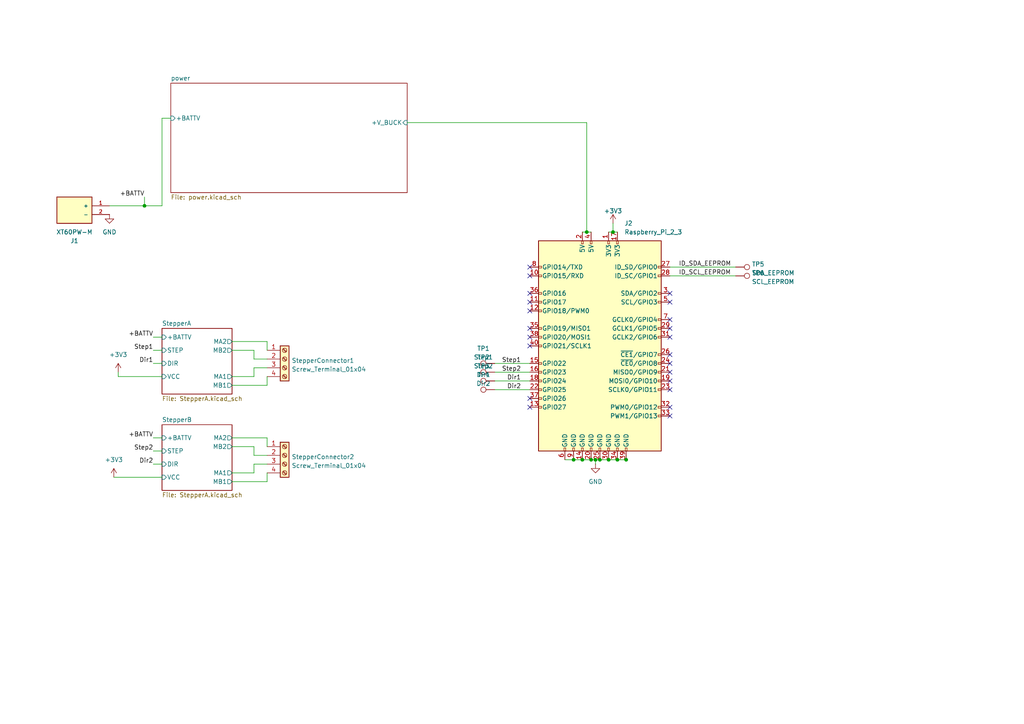
<source format=kicad_sch>
(kicad_sch (version 20231120) (generator "eeschema") (generator_version "8.0")
  (paper "A4")
  (lib_symbols
    (symbol "+3V3_1" (power) (pin_numbers hide) (pin_names (offset 0) hide)
      (property "Value" "+3V3" (at 0 3.556 0))
      (symbol "+3V3_1_0_1"
        (polyline (pts (xy -0.762 1.27) (xy 0 2.54)))
        (polyline (pts (xy 0 0) (xy 0 2.54)))
        (polyline (pts (xy 0 2.54) (xy 0.762 1.27)))
      )
      (symbol "+3V3_1_1_1"
        (pin power_in line (at 0 0 90) (length 0) (name "~") (number "1"))
      )
    )
    (symbol "+3V3_2" (power) (pin_numbers hide) (pin_names (offset 0) hide)
      (property "Value" "+3V3" (at 0 3.556 0))
      (symbol "+3V3_2_0_1"
        (polyline (pts (xy -0.762 1.27) (xy 0 2.54)))
        (polyline (pts (xy 0 0) (xy 0 2.54)))
        (polyline (pts (xy 0 2.54) (xy 0.762 1.27)))
      )
      (symbol "+3V3_2_1_1"
        (pin power_in line (at 0 0 90) (length 0) (name "~") (number "1"))
      )
    )
    (symbol "Connector:Raspberry_Pi_2_3" (pin_names (offset 1.016))
      (property "Reference" "J" (at -17.78 31.75 0))
      (property "Value" "Raspberry_Pi_2_3" (at 10.16 -31.75 0))
      (symbol "Raspberry_Pi_2_3_0_1"
        (rectangle (start -17.78 30.48) (end 17.78 -30.48) (stroke (width 0.254)) (fill (type background)))
      )
      (symbol "Raspberry_Pi_2_3_1_1"
        (rectangle (start -16.891 -17.526) (end -17.78 -18.034))
        (rectangle (start -16.891 -14.986) (end -17.78 -15.494))
        (rectangle (start -16.891 -12.446) (end -17.78 -12.954))
        (rectangle (start -16.891 -9.906) (end -17.78 -10.414))
        (rectangle (start -16.891 -7.366) (end -17.78 -7.874))
        (rectangle (start -16.891 -4.826) (end -17.78 -5.334))
        (rectangle (start -16.891 0.254) (end -17.78 -0.254))
        (rectangle (start -16.891 2.794) (end -17.78 2.286))
        (rectangle (start -16.891 5.334) (end -17.78 4.826))
        (rectangle (start -16.891 10.414) (end -17.78 9.906))
        (rectangle (start -16.891 12.954) (end -17.78 12.446))
        (rectangle (start -16.891 15.494) (end -17.78 14.986))
        (rectangle (start -16.891 20.574) (end -17.78 20.066))
        (rectangle (start -16.891 23.114) (end -17.78 22.606))
        (rectangle (start -10.414 -29.591) (end -9.906 -30.48))
        (rectangle (start -7.874 -29.591) (end -7.366 -30.48))
        (rectangle (start -5.334 -29.591) (end -4.826 -30.48))
        (rectangle (start -5.334 30.48) (end -4.826 29.591))
        (rectangle (start -2.794 -29.591) (end -2.286 -30.48))
        (rectangle (start -2.794 30.48) (end -2.286 29.591))
        (rectangle (start -0.254 -29.591) (end 0.254 -30.48))
        (rectangle (start 2.286 -29.591) (end 2.794 -30.48))
        (rectangle (start 2.286 30.48) (end 2.794 29.591))
        (rectangle (start 4.826 -29.591) (end 5.334 -30.48))
        (rectangle (start 4.826 30.48) (end 5.334 29.591))
        (rectangle (start 7.366 -29.591) (end 7.874 -30.48))
        (rectangle (start 17.78 -20.066) (end 16.891 -20.574))
        (rectangle (start 17.78 -17.526) (end 16.891 -18.034))
        (rectangle (start 17.78 -12.446) (end 16.891 -12.954))
        (rectangle (start 17.78 -9.906) (end 16.891 -10.414))
        (rectangle (start 17.78 -7.366) (end 16.891 -7.874))
        (rectangle (start 17.78 -4.826) (end 16.891 -5.334))
        (rectangle (start 17.78 -2.286) (end 16.891 -2.794))
        (rectangle (start 17.78 2.794) (end 16.891 2.286))
        (rectangle (start 17.78 5.334) (end 16.891 4.826))
        (rectangle (start 17.78 7.874) (end 16.891 7.366))
        (rectangle (start 17.78 12.954) (end 16.891 12.446))
        (rectangle (start 17.78 15.494) (end 16.891 14.986))
        (rectangle (start 17.78 20.574) (end 16.891 20.066))
        (rectangle (start 17.78 23.114) (end 16.891 22.606))
        (pin power_in line (at 2.54 33.02 270) (length 2.54) (name "3V3") (number "1"))
        (pin bidirectional line (at -20.32 20.32 0) (length 2.54) (name "GPIO15/RXD") (number "10"))
        (pin bidirectional line (at -20.32 12.7 0) (length 2.54) (name "GPIO17") (number "11"))
        (pin bidirectional line (at -20.32 10.16 0) (length 2.54) (name "GPIO18/PWM0") (number "12"))
        (pin bidirectional line (at -20.32 -17.78 0) (length 2.54) (name "GPIO27") (number "13"))
        (pin power_in line (at -5.08 -33.02 90) (length 2.54) (name "GND") (number "14"))
        (pin bidirectional line (at -20.32 -5.08 0) (length 2.54) (name "GPIO22") (number "15"))
        (pin bidirectional line (at -20.32 -7.62 0) (length 2.54) (name "GPIO23") (number "16"))
        (pin power_in line (at 5.08 33.02 270) (length 2.54) (name "3V3") (number "17"))
        (pin bidirectional line (at -20.32 -10.16 0) (length 2.54) (name "GPIO24") (number "18"))
        (pin bidirectional line (at 20.32 -10.16 180) (length 2.54) (name "MOSI0/GPIO10") (number "19"))
        (pin power_in line (at -5.08 33.02 270) (length 2.54) (name "5V") (number "2"))
        (pin power_in line (at -2.54 -33.02 90) (length 2.54) (name "GND") (number "20"))
        (pin bidirectional line (at 20.32 -7.62 180) (length 2.54) (name "MISO0/GPIO9") (number "21"))
        (pin bidirectional line (at -20.32 -12.7 0) (length 2.54) (name "GPIO25") (number "22"))
        (pin bidirectional line (at 20.32 -12.7 180) (length 2.54) (name "SCLK0/GPIO11") (number "23"))
        (pin bidirectional line (at 20.32 -5.08 180) (length 2.54) (name "~{CE0}/GPIO8") (number "24"))
        (pin power_in line (at 0 -33.02 90) (length 2.54) (name "GND") (number "25"))
        (pin bidirectional line (at 20.32 -2.54 180) (length 2.54) (name "~{CE1}/GPIO7") (number "26"))
        (pin bidirectional line (at 20.32 22.86 180) (length 2.54) (name "ID_SD/GPIO0") (number "27"))
        (pin bidirectional line (at 20.32 20.32 180) (length 2.54) (name "ID_SC/GPIO1") (number "28"))
        (pin bidirectional line (at 20.32 5.08 180) (length 2.54) (name "GCLK1/GPIO5") (number "29"))
        (pin bidirectional line (at 20.32 15.24 180) (length 2.54) (name "SDA/GPIO2") (number "3"))
        (pin power_in line (at 2.54 -33.02 90) (length 2.54) (name "GND") (number "30"))
        (pin bidirectional line (at 20.32 2.54 180) (length 2.54) (name "GCLK2/GPIO6") (number "31"))
        (pin bidirectional line (at 20.32 -17.78 180) (length 2.54) (name "PWM0/GPIO12") (number "32"))
        (pin bidirectional line (at 20.32 -20.32 180) (length 2.54) (name "PWM1/GPIO13") (number "33"))
        (pin power_in line (at 5.08 -33.02 90) (length 2.54) (name "GND") (number "34"))
        (pin bidirectional line (at -20.32 5.08 0) (length 2.54) (name "GPIO19/MISO1") (number "35"))
        (pin bidirectional line (at -20.32 15.24 0) (length 2.54) (name "GPIO16") (number "36"))
        (pin bidirectional line (at -20.32 -15.24 0) (length 2.54) (name "GPIO26") (number "37"))
        (pin bidirectional line (at -20.32 2.54 0) (length 2.54) (name "GPIO20/MOSI1") (number "38"))
        (pin power_in line (at 7.62 -33.02 90) (length 2.54) (name "GND") (number "39"))
        (pin power_in line (at -2.54 33.02 270) (length 2.54) (name "5V") (number "4"))
        (pin bidirectional line (at -20.32 0 0) (length 2.54) (name "GPIO21/SCLK1") (number "40"))
        (pin bidirectional line (at 20.32 12.7 180) (length 2.54) (name "SCL/GPIO3") (number "5"))
        (pin power_in line (at -10.16 -33.02 90) (length 2.54) (name "GND") (number "6"))
        (pin bidirectional line (at 20.32 7.62 180) (length 2.54) (name "GCLK0/GPIO4") (number "7"))
        (pin bidirectional line (at -20.32 22.86 0) (length 2.54) (name "GPIO14/TXD") (number "8"))
        (pin power_in line (at -7.62 -33.02 90) (length 2.54) (name "GND") (number "9"))
      )
    )
    (symbol "Connector:Screw_Terminal_01x04" (pin_names (offset 1.016) hide)
      (property "Reference" "J" (at 0 5.08 0))
      (property "Value" "Screw_Terminal_01x04" (at 0 -7.62 0))
      (symbol "Screw_Terminal_01x04_1_1"
        (rectangle (start -1.27 3.81) (end 1.27 -6.35) (stroke (width 0.254)) (fill (type background)))
        (circle (center 0 -5.08) (radius 0.635) (stroke (width 0.1524)))
        (circle (center 0 -2.54) (radius 0.635) (stroke (width 0.1524)))
        (polyline (pts (xy -0.5334 -4.7498) (xy 0.3302 -5.588)) (stroke (width 0.1524)))
        (polyline (pts (xy -0.5334 -2.2098) (xy 0.3302 -3.048)) (stroke (width 0.1524)))
        (polyline (pts (xy -0.5334 0.3302) (xy 0.3302 -0.508)) (stroke (width 0.1524)))
        (polyline (pts (xy -0.5334 2.8702) (xy 0.3302 2.032)) (stroke (width 0.1524)))
        (polyline (pts (xy -0.3556 -4.572) (xy 0.508 -5.4102)) (stroke (width 0.1524)))
        (polyline (pts (xy -0.3556 -2.032) (xy 0.508 -2.8702)) (stroke (width 0.1524)))
        (polyline (pts (xy -0.3556 0.508) (xy 0.508 -0.3302)) (stroke (width 0.1524)))
        (polyline (pts (xy -0.3556 3.048) (xy 0.508 2.2098)) (stroke (width 0.1524)))
        (circle (center 0 0) (radius 0.635) (stroke (width 0.1524)))
        (circle (center 0 2.54) (radius 0.635) (stroke (width 0.1524)))
        (pin passive line (at -5.08 2.54 0) (length 3.81) (name "Pin_1") (number "1"))
        (pin passive line (at -5.08 0 0) (length 3.81) (name "Pin_2") (number "2"))
        (pin passive line (at -5.08 -2.54 0) (length 3.81) (name "Pin_3") (number "3"))
        (pin passive line (at -5.08 -5.08 0) (length 3.81) (name "Pin_4") (number "4"))
      )
    )
    (symbol "Connector:TestPoint" (pin_numbers hide) (pin_names (offset 0.762) hide)
      (property "Reference" "TP" (at 0 6.858 0))
      (property "Value" "TestPoint" (at 0 5.08 0))
      (symbol "TestPoint_0_1"
        (circle (center 0 3.302) (radius 0.762))
      )
      (symbol "TestPoint_1_1"
        (pin passive line (at 0 0 90) (length 2.54) (name "1") (number "1"))
      )
    )
    (symbol "ICLR:XT60PW-M" (pin_names (offset 1.016))
      (property "Reference" "J" (at -5.08 5.7234 0))
      (property "Value" "XT60PW-M" (at -5.08 -5.0923 0))
      (symbol "XT60PW-M_0_0"
        (rectangle (start -5.08 -2.54) (end 5.08 5.08) (stroke (width 0.254)) (fill (type background)))
        (pin passive line (at -10.16 2.54 0) (length 5.08) (name "+") (number "1"))
        (pin passive line (at -10.16 0 0) (length 5.08) (name "-") (number "2"))
      )
    )
    (symbol "power:+3V3" (power) (pin_names (offset 0))
      (property "Value" "+3V3" (at 0 3.556 0))
      (symbol "+3V3_0_1"
        (polyline (pts (xy -0.762 1.27) (xy 0 2.54)))
        (polyline (pts (xy 0 0) (xy 0 2.54)))
        (polyline (pts (xy 0 2.54) (xy 0.762 1.27)))
      )
      (symbol "+3V3_1_1"
        (pin power_in line (at 0 0 90) (length 0) hide (name "+3V3") (number "1"))
      )
    )
    (symbol "power:GND" (power) (pin_numbers hide) (pin_names (offset 0) hide)
      (property "Value" "GND" (at 0 -3.81 0))
      (symbol "GND_0_1"
        (polyline (pts (xy 0 0) (xy 0 -1.27) (xy 1.27 -1.27) (xy 0 -2.54) (xy -1.27 -1.27) (xy 0 -1.27)))
      )
      (symbol "GND_1_1"
        (pin power_in line (at 0 0 270) (length 0) (name "~") (number "1"))
      )
    )
  )
  (junction (at 179.07 133.35))
  (junction (at 176.53 133.35))
  (junction (at 173.99 133.35))
  (junction (at 170.18 67.31))
  (junction (at 177.8 67.31))
  (junction (at 168.91 133.35))
  (junction (at 181.61 133.35))
  (junction (at 171.45 133.35))
  (junction (at 172.72 133.35))
  (junction (at 41.91 59.69))
  (junction (at 166.37 133.35))
  (no_connect (at 194.31 87.63))
  (no_connect (at 153.67 100.33))
  (no_connect (at 153.67 115.57))
  (no_connect (at 194.31 110.49))
  (no_connect (at 153.67 85.09))
  (no_connect (at 194.31 113.03))
  (no_connect (at 194.31 107.95))
  (no_connect (at 194.31 118.11))
  (no_connect (at 153.67 87.63))
  (no_connect (at 153.67 77.47))
  (no_connect (at 153.67 90.17))
  (no_connect (at 153.67 80.01))
  (no_connect (at 153.67 97.79))
  (no_connect (at 194.31 120.65))
  (no_connect (at 194.31 102.87))
  (no_connect (at 194.31 92.71))
  (no_connect (at 153.67 95.25))
  (no_connect (at 194.31 97.79))
  (no_connect (at 194.31 85.09))
  (no_connect (at 153.67 118.11))
  (no_connect (at 194.31 105.41))
  (no_connect (at 194.31 95.25))
  (wire (pts (xy 67.31 109.22) (xy 73.66 109.22)))
  (wire (pts (xy 34.29 109.22) (xy 34.29 107.95)))
  (wire (pts (xy 176.53 133.35) (xy 179.07 133.35)))
  (wire (pts (xy 31.75 59.69) (xy 41.91 59.69)))
  (wire (pts (xy 73.66 106.68) (xy 77.47 106.68)))
  (wire (pts (xy 173.99 133.35) (xy 176.53 133.35)))
  (wire (pts (xy 67.31 99.06) (xy 77.47 99.06)))
  (wire (pts (xy 73.66 132.08) (xy 77.47 132.08)))
  (wire (pts (xy 34.29 109.22) (xy 46.99 109.22)))
  (wire (pts (xy 168.91 67.31) (xy 170.18 67.31)))
  (wire (pts (xy 179.07 133.35) (xy 181.61 133.35)))
  (wire (pts (xy 143.51 107.95) (xy 153.67 107.95)))
  (wire (pts (xy 118.11 35.56) (xy 170.18 35.56)))
  (wire (pts (xy 143.51 113.03) (xy 153.67 113.03)))
  (wire (pts (xy 172.72 133.35) (xy 173.99 133.35)))
  (wire (pts (xy 41.91 59.69) (xy 46.99 59.69)))
  (wire (pts (xy 73.66 109.22) (xy 73.66 106.68)))
  (wire (pts (xy 67.31 101.6) (xy 73.66 101.6)))
  (wire (pts (xy 73.66 134.62) (xy 77.47 134.62)))
  (wire (pts (xy 46.99 34.29) (xy 49.53 34.29)))
  (wire (pts (xy 67.31 137.16) (xy 73.66 137.16)))
  (wire (pts (xy 44.45 130.81) (xy 46.99 130.81)))
  (wire (pts (xy 73.66 101.6) (xy 73.66 104.14)))
  (wire (pts (xy 77.47 111.76) (xy 77.47 109.22)))
  (wire (pts (xy 171.45 133.35) (xy 172.72 133.35)))
  (wire (pts (xy 166.37 133.35) (xy 168.91 133.35)))
  (wire (pts (xy 44.45 127) (xy 46.99 127)))
  (wire (pts (xy 46.99 59.69) (xy 46.99 34.29)))
  (wire (pts (xy 77.47 139.7) (xy 67.31 139.7)))
  (wire (pts (xy 77.47 127) (xy 77.47 129.54)))
  (wire (pts (xy 67.31 129.54) (xy 73.66 129.54)))
  (wire (pts (xy 73.66 137.16) (xy 73.66 134.62)))
  (wire (pts (xy 44.45 105.41) (xy 46.99 105.41)))
  (wire (pts (xy 168.91 133.35) (xy 171.45 133.35)))
  (wire (pts (xy 44.45 101.6) (xy 46.99 101.6)))
  (wire (pts (xy 44.45 97.79) (xy 46.99 97.79)))
  (wire (pts (xy 44.45 134.62) (xy 46.99 134.62)))
  (wire (pts (xy 67.31 127) (xy 77.47 127)))
  (wire (pts (xy 194.31 77.47) (xy 213.36 77.47)))
  (wire (pts (xy 177.8 67.31) (xy 179.07 67.31)))
  (wire (pts (xy 170.18 67.31) (xy 171.45 67.31)))
  (wire (pts (xy 163.83 133.35) (xy 166.37 133.35)))
  (wire (pts (xy 143.51 105.41) (xy 153.67 105.41)))
  (wire (pts (xy 73.66 129.54) (xy 73.66 132.08)))
  (wire (pts (xy 77.47 137.16) (xy 77.47 139.7)))
  (wire (pts (xy 41.91 57.15) (xy 41.91 59.69)))
  (wire (pts (xy 170.18 35.56) (xy 170.18 67.31)))
  (wire (pts (xy 33.02 138.43) (xy 46.99 138.43)))
  (wire (pts (xy 177.8 64.77) (xy 177.8 67.31)))
  (wire (pts (xy 77.47 99.06) (xy 77.47 101.6)))
  (wire (pts (xy 143.51 110.49) (xy 153.67 110.49)))
  (wire (pts (xy 194.31 80.01) (xy 213.36 80.01)))
  (wire (pts (xy 73.66 104.14) (xy 77.47 104.14)))
  (wire (pts (xy 67.31 111.76) (xy 77.47 111.76)))
  (wire (pts (xy 176.53 67.31) (xy 177.8 67.31)))
  (wire (pts (xy 181.61 132.08) (xy 181.61 133.35)))
  (wire (pts (xy 172.72 133.35) (xy 172.72 134.62)))
  (label "ID_SCL_EEPROM" (at 196.85 80.01 0))
  (label "+BATTV" (at 44.45 127 180))
  (label "ID_SDA_EEPROM" (at 196.85 77.47 0))
  (label "Step1" (at 151.13 105.41 180))
  (label "Step1" (at 44.45 101.6 180))
  (label "+BATTV" (at 44.45 97.79 180))
  (label "Dir2" (at 151.13 113.03 180))
  (label "Step2" (at 44.45 130.81 180))
  (label "Dir1" (at 44.45 105.41 180))
  (label "Dir2" (at 44.45 134.62 180))
  (label "+BATTV" (at 41.91 57.15 180))
  (label "Step2" (at 151.13 107.95 180))
  (label "Dir1" (at 151.13 110.49 180))
  (symbol (lib_name "+3V3_2") (lib_id "power:+3V3") (at 34.29 107.95 0) (unit 1)
    (property "Reference" "#PWR029" (effects (hide yes)))
    (property "Value" "+3V3" (at 34.29 102.87 0))
    (property "Description" "Power symbol creates a global label with name \"+3V3\"" (effects (hide yes)))
  )
  (symbol (lib_name "+3V3_1") (lib_id "power:+3V3") (at 33.02 138.43 0) (unit 1)
    (property "Reference" "#PWR028" (effects (hide yes)))
    (property "Value" "+3V3" (at 33.02 133.35 0))
    (property "Description" "Power symbol creates a global label with name \"+3V3\"" (effects (hide yes)))
  )
  (symbol (lib_id "Connector:TestPoint") (at 143.51 110.49 90) (unit 1)
    (property "Reference" "TP3" (at 140.208 106.1552 90))
    (property "Value" "Dir1" (at 140.208 108.6921 90))
    (property "Footprint" "TestPoint:TestPoint_Pad_1.5x1.5mm" (effects (hide yes)))
  )
  (symbol (lib_id "Connector:Raspberry_Pi_2_3") (at 173.99 100.33 0) (unit 1)
    (property "Reference" "J2" (at 181.0894 64.77 0) (effects (justify left)))
    (property "Value" "Raspberry_Pi_2_3" (at 181.0894 67.31 0) (effects (justify left)))
    (property "Footprint" "Connector_PinSocket_2.54mm:PinSocket_2x20_P2.54mm_Vertical" (effects (hide yes)))
    (property "Datasheet" "https://www.raspberrypi.org/documentation/hardware/raspberrypi/schematics/rpi_SCH_3bplus_1p0_reduced.pdf" (effects (hide yes)))
  )
  (symbol (lib_id "power:GND") (at 31.75 62.23 0) (unit 1)
    (property "Reference" "#PWR01" (effects (hide yes)))
    (property "Value" "GND" (at 31.75 67.31 0))
    (property "Description" "Power symbol creates a global label with name \"GND\" , ground" (effects (hide yes)))
  )
  (symbol (lib_id "Connector:TestPoint") (at 143.51 107.95 90) (unit 1)
    (property "Reference" "TP2" (at 140.208 103.6152 90))
    (property "Value" "Step2" (at 140.208 106.1521 90))
    (property "Footprint" "TestPoint:TestPoint_Pad_1.5x1.5mm" (effects (hide yes)))
  )
  (symbol (lib_id "Connector:TestPoint") (at 143.51 105.41 90) (unit 1)
    (property "Reference" "TP1" (at 140.208 101.0752 90))
    (property "Value" "Step1" (at 140.208 103.6121 90))
    (property "Footprint" "TestPoint:TestPoint_Pad_1.5x1.5mm" (effects (hide yes)))
  )
  (symbol (lib_id "ICLR:XT60PW-M") (at 21.59 62.23 0) (mirror y) (unit 1)
    (property "Reference" "J1" (at 21.59 69.85 0))
    (property "Value" "XT60PW-M" (at 21.59 67.31 0))
    (property "Footprint" "iclr:AMASS_XT60PW-M" (effects (hide yes)))
    (property "STANDARD" "Manufacturer recommendations" (effects (hide yes)))
    (property "MANUFACTURER" "AMASS" (effects (hide yes)))
    (property "PARTREV" "V1.2" (effects (hide yes)))
    (property "MAXIMUM_PACKAGE_HEIGHT" "8.4 mm" (effects (hide yes)))
  )
  (symbol (lib_id "power:+3V3") (at 177.8 64.77 0) (unit 1)
    (property "Reference" "#PWR027" (effects (hide yes)))
    (property "Value" "+3V3" (at 177.8 61.1942 0))
  )
  (symbol (lib_id "Connector:TestPoint") (at 213.36 80.01 270) (unit 1)
    (property "Reference" "TP6" (at 218.059 79.1753 90) (effects (justify left)))
    (property "Value" "SCL_EEPROM" (at 218.059 81.7122 90) (effects (justify left)))
    (property "Footprint" "TestPoint:TestPoint_Pad_1.5x1.5mm" (effects (hide yes)))
  )
  (symbol (lib_id "Connector:Screw_Terminal_01x04") (at 82.55 104.14 0) (unit 1)
    (property "Reference" "StepperConnector1" (at 84.582 104.5753 0) (effects (justify left)))
    (property "Value" "Screw_Terminal_01x04" (at 84.582 107.1122 0) (effects (justify left)))
    (property "Footprint" "TerminalBlock_TE-Connectivity:TerminalBlock_TE_282834-4_1x04_P2.54mm_Horizontal" (effects (hide yes)))
  )
  (symbol (lib_id "Connector:TestPoint") (at 143.51 113.03 90) (unit 1)
    (property "Reference" "TP4" (at 140.208 108.6952 90))
    (property "Value" "Dir2" (at 140.208 111.2321 90))
    (property "Footprint" "TestPoint:TestPoint_Pad_1.5x1.5mm" (effects (hide yes)))
  )
  (symbol (lib_id "Connector:Screw_Terminal_01x04") (at 82.55 132.08 0) (unit 1)
    (property "Reference" "StepperConnector2" (at 84.582 132.5153 0) (effects (justify left)))
    (property "Value" "Screw_Terminal_01x04" (at 84.582 135.0522 0) (effects (justify left)))
    (property "Footprint" "TerminalBlock_TE-Connectivity:TerminalBlock_TE_282834-4_1x04_P2.54mm_Horizontal" (effects (hide yes)))
  )
  (symbol (lib_id "power:GND") (at 172.72 134.62 0) (unit 1)
    (property "Reference" "#PWR011" (effects (hide yes)))
    (property "Value" "GND" (at 172.72 139.7 0))
  )
  (symbol (lib_id "Connector:TestPoint") (at 213.36 77.47 270) (unit 1)
    (property "Reference" "TP5" (at 218.059 76.6353 90) (effects (justify left)))
    (property "Value" "SDA_EEPROM" (at 218.059 79.1722 90) (effects (justify left)))
    (property "Footprint" "TestPoint:TestPoint_Pad_1.5x1.5mm" (effects (hide yes)))
  )
  (sheet (at 46.99 95.25) (size 20.32 19.05) (stroke (width 0.1524))
    (property "Sheetname" "StepperA" (at 46.99 94.5384 0) (effects (justify left bottom)))
    (property "Sheetfile" "StepperA.kicad_sch" (at 46.99 114.8846 0) (effects (justify left top)))
    (pin "MA2" output (at 67.31 99.06 0))
    (pin "MB2" output (at 67.31 101.6 0))
    (pin "MA1" output (at 67.31 109.22 0))
    (pin "MB1" output (at 67.31 111.76 0))
    (pin "+BATTV" input (at 46.99 97.79 180))
    (pin "VCC" input (at 46.99 109.22 180))
    (pin "DIR" input (at 46.99 105.41 180))
    (pin "STEP" input (at 46.99 101.6 180))
  )
  (sheet (at 49.53 24.13) (size 68.58 31.75) (stroke (width 0.1524))
    (property "Sheetname" "power" (at 49.53 23.4184 0) (effects (justify left bottom)))
    (property "Sheetfile" "power.kicad_sch" (at 49.53 56.4646 0) (effects (justify left top)))
    (pin "+BATTV" input (at 49.53 34.29 180))
    (pin "+V_BUCK" input (at 118.11 35.56 0))
  )
  (sheet (at 46.99 123.19) (size 20.32 19.05) (stroke (width 0.1524))
    (property "Sheetname" "StepperB" (at 46.99 122.4784 0) (effects (justify left bottom)))
    (property "Sheetfile" "StepperA.kicad_sch" (at 46.99 142.8246 0) (effects (justify left top)))
    (pin "MA2" output (at 67.31 127 0))
    (pin "MB2" output (at 67.31 129.54 0))
    (pin "MA1" output (at 67.31 137.16 0))
    (pin "MB1" output (at 67.31 139.7 0))
    (pin "+BATTV" input (at 46.99 127 180))
    (pin "VCC" input (at 46.99 138.43 180))
    (pin "DIR" input (at 46.99 134.62 180))
    (pin "STEP" input (at 46.99 130.81 180))
  )
)
</source>
